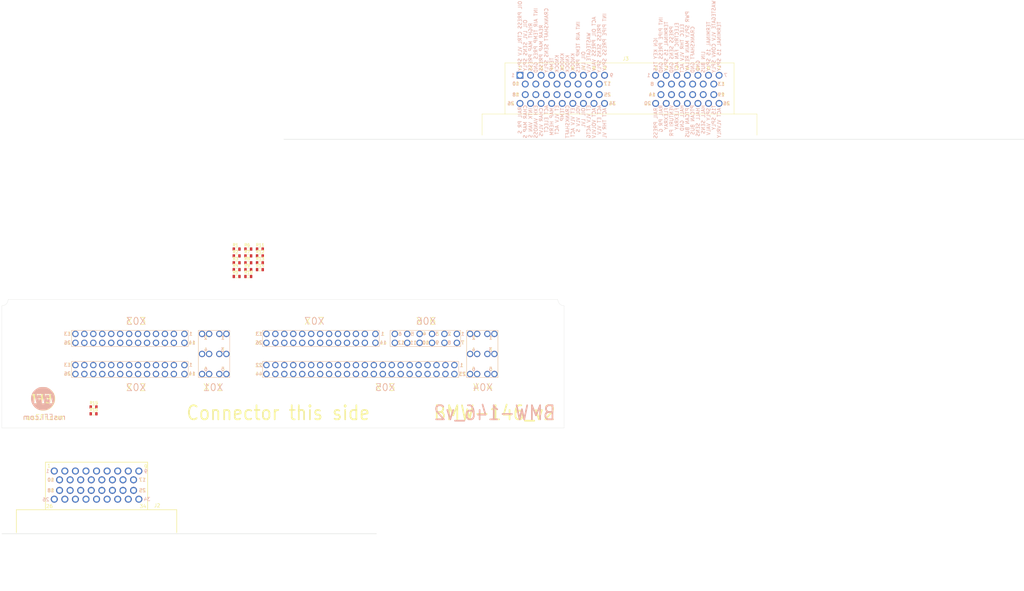
<source format=kicad_pcb>
(kicad_pcb (version 20240108) (generator "pcbnew") (generator_version "8.0")
  (title_block (title "BMW-146") (date "2026-01-28") (rev "1"))
  (layers (0 "F.Cu" power) (31 "B.Cu" signal) (34 "B.Paste" user) (35 "F.Paste" user) (36 "B.SilkS" user "B.Silkscreen") (37 "F.SilkS" user "F.Silkscreen") (38 "B.Mask" user) (39 "F.Mask" user) (44 "Edge.Cuts" user))
  (net 0 "")
  (net 1 "/THROTTLE MOTOR 2")
  (net 2 "/INJ 6 SIG +")
  (net 3 "/INTAKE AIR TEMP 5v")
  (net 5 "/INJ 5 SIG -")
  (net 6 "/ACT VANOS SOL VALVE EXH")
  (net 7 "/INJ 3 SIG +")
  (net 8 "/INJ 6 SIG -")
  (net 9 "/BSD SIG 1-3")
  (net 10 "/CRANKSHAFT SENSOR")
  (net 12 "/TPS1 THROTTLE SIG")
  (net 17 "/Neutral sensor 5-4")
  (net 19 "/SIGNAL PT-CAN LOW")
  (net 21 "/Neutral sensor agnd")
  (net 23 "/KNOCK CYL 1-3 gnd")
  (net 24 "/WASTE VAL 1")
  (net 25 "/INJ 1 SIG +")
  (net 26 "/Neutral sensor 5-6")
  (net 27 "/ACT VANOS SOL VALVE INTK")
  (net 28 "/INTAKE MANIFOLD PRESSURE")
  (net 32 "/PRESSURE FUEL SENS 5v")
  (net 34 "/TPS2 THROTTLE SIG")
  (net 35 "/THROTTLE TPS power")
  (net 37 "/OIL PRESSURE LOW SWITCH")
  (net 38 "/IGN 1 SIG")
  (net 39 "/INJ 4 SIG +")
  (net 40 "/INJ 5 SIG +")
  (net 41 "/BRK LGHT SIG")
  (net 42 "/INJ 2 SIG +")
  (net 43 "/IGN 4 SIG")
  (net 48 "/THROTTLE MOTOR")
  (net 50 "/EXH FLAP SIG")
  (net 52 "/KNOCK SENSOR CYL 1-3")
  (net 53 "/ENGINE COOLANT TEMP gnd")
  (net 54 "/INTAKE AIR TEMP agnd")
  (net 57 "/IGN 2 SIG")
  (net 58 "/INJ 4 SIG -")
  (net 62 "/CAM SENSOR INTAKE gnd")
  (net 63 "/BSD SIG 7-26")
  (net 64 "/WASTE VAL 2")
  (net 65 "/INTAKE AIR TEMP")
  (net 66 "/PRESSURE FUEL SENS agnd")
  (net 67 "/COOLANT TEMPERATURE")
  (net 68 "/INJ 3 SIG -")
  (net 70 "/CAM SENSOR EXHAUST gnd")
  (net 71 "/TPS THROTTLE GRD")
  (net 72 "/INJ 2 SIG -")
  (net 74 "/IGN 3 SIG")
  (net 75 "/CAMSHAFT SENSOR EXHAUST")
  (net 76 "/IGN 6 SIG")
  (net 77 "/START SIG CAR ACCESS SYST")
  (net 78 "/KNOCK CYL 4-6 gnd")
  (net 80 "/INJ 1 SIG -")
  (net 82 "/BSD SIG")
  (net 83 "/KNOCK SENSOR CYL 4-6")
  (net 84 "/CAMSHAFT SENSOR INTAKE")
  (net 85 "/DME RLY main")
  (net 86 "/CRANKSHAFT SENSOR gnd")
  (net 87 "/low INTAKE MANIFOLD PRESS")
  (net 89 "/MANIFOLD PRESSURE gnd")
  (net 90 "/HPFP VOLune CTRL valve")
  (net 91 "/MANIFOLD PRESSURE 5v")
  (net 93 "/IGN 5 SIG")
  (net 94 "/INTAKE AIR TEMP 5-17")
  (net 95 "/MAP THERMOSTAT")
  (net 97 "/WBO1 pin1")
  (net 99 "/VEH IMMOB")
  (net 100 "/GROUND 3")
  (net 104 "/WBO1 pin5")
  (net 105 "/PPS 5v")
  (net 106 "/WBO2 pin2")
  (net 107 "/Supply 3")
  (net 108 "/SENSOR 19")
  (net 109 "/RADIATOR TEMP")
  (net 110 "/Supply 1")
  (net 111 "/PPS SIG")
  (net 112 "/SENSOR GRD 24")
  (net 113 "/SENSOR 26")
  (net 114 "/LEAK DIAG 22")
  (net 115 "/WBO2 pin5")
  (net 116 "/GROUND 1")
  (net 117 "/GROUND 2")
  (net 118 "/PPS mod 5v")
  (net 119 "/AIR PMP")
  (net 120 "/SENSOR GRD 23")
  (net 121 "/BRK LGHT")
  (net 122 "/LEAK DIAG 17")
  (net 123 "/WBO1 pin6")
  (net 124 "/WBO1 pin3")
  (net 125 "/WBO2 pin1")
  (net 126 "/RADIATOR TEMP 19")
  (net 127 "/Wake-up")
  (net 128 "/WBO2 pin6")
  (net 129 "/E BOX SIG FAN")
  (net 130 "/PPS agnd")
  (net 131 "/SENSOR 20")
  (net 132 "/Supply 2")
  (net 133 "/BRK VACUUM 14")
  (net 134 "/SENSOR 25")
  (net 135 "/TD SIG OBD")
  (net 136 "/PT-CAN HIGH")
  (net 137 "/PPS mod agnd")
  (net 138 "/WBO2 pin3")
  (net 139 "/PPS mod SIGNAL")
  (net 140 "/LEAK DIAG 16")
  (net 141 "/BRK VACUUM 15")
  (net 142 "/ELEC FAN SIG")
  (net 143 "/BRK VACUUM SENS")
  (net 144 "/RR SPD")
  (net 145 "/CLUTCH SW")
  (net 146 "/WBO1 pin2")
  (footprint "kicad6-libraries:TE_6437288-3" (layer "F.Cu") (at 185 43.800001 -90)
    (property "Reference" "J3")
    (property "Value" "6437288-3")
  )
  (footprint "rusefi_lib_private:BMW_MSx70" (layer "F.Cu") (at 177.75 117.25)
    (property "Reference" "J1" (hide yes))
    (property "Value" "BMW_MSx70")
  )
  (footprint "hellen-one-common:R0603" (layer "F.Cu") (at 111.2 99)
    (property "Reference" "R14")
    (property "Value" "0R" (hide yes))
  )
  (footprint "kicad6-libraries:rusefi_logo" (layer "F.Cu") (at 49.75 135.75)
    (property "Reference" "G1" (hide yes))
    (property "Value" "RUSEFI_LOGO" (hide yes))
  )
  (footprint "hellen-one-common:R0603" (layer "F.Cu") (at 64 139.949046)
    (property "Reference" "R16")
    (property "Value" "0R" (hide yes))
  )
  (footprint "hellen-one-common:R0603" (layer "F.Cu") (at 107.9 93.152862)
    (property "Reference" "R6")
    (property "Value" "0R" (hide yes))
  )
  (footprint "hellen-one-common:R0603" (layer "F.Cu") (at 111.2 97.050954)
    (property "Reference" "R13")
    (property "Value" "0R" (hide yes))
  )
  (footprint "hellen-one-common:R0603" (layer "F.Cu") (at 104.6 100.949046)
    (property "Reference" "R5")
    (property "Value" "0R" (hide yes))
  )
  (footprint "hellen-one-common:R0603" (layer "F.Cu") (at 104.6 95.101908)
    (property "Reference" "R2")
    (property "Value" "0R" (hide yes))
  )
  (footprint "hellen-one-common:R0603" (layer "F.Cu") (at 64 138)
    (property "Reference" "R15")
    (property "Value" "0R" (hide yes))
  )
  (footprint "hellen-one-common:R0603" (layer "F.Cu") (at 104.6 97.050954)
    (property "Reference" "R3")
    (property "Value" "0R" (hide yes))
  )
  (footprint "hellen-one-common:R0603" (layer "F.Cu") (at 104.6 99)
    (property "Reference" "R4")
    (property "Value" "0R" (hide yes))
  )
  (footprint "Connectors:6437288-2" (layer "F.Cu") (at 64.85 170.7)
    (property "Reference" "J2")
    (property "Value" "6437288-2")
  )
  (footprint "hellen-one-common:R0603" (layer "F.Cu") (at 107.9 100.949046)
    (property "Reference" "R10")
    (property "Value" "0R" (hide yes))
  )
  (footprint "hellen-one-common:R0603" (layer "F.Cu") (at 111.2 93.152862)
    (property "Reference" "R11")
    (property "Value" "0R" (hide yes))
  )
  (footprint "hellen-one-common:R0603" (layer "F.Cu") (at 111.2 95.101908)
    (property "Reference" "R12")
    (property "Value" "0R" (hide yes))
  )
  (footprint "hellen-one-common:R0603" (layer "F.Cu") (at 107.9 95.101908)
    (property "Reference" "R7")
    (property "Value" "0R" (hide yes))
  )
  (footprint "hellen-one-common:R0603" (layer "F.Cu") (at 104.6 93.152862)
    (property "Reference" "R1")
    (property "Value" "0R" (hide yes))
  )
  (footprint "hellen-one-common:R0603" (layer "F.Cu") (at 107.9 97.050954)
    (property "Reference" "R8")
    (property "Value" "0R" (hide yes))
  )
  (footprint "hellen-one-common:R0603" (layer "F.Cu") (at 107.9 99)
    (property "Reference" "R9")
    (property "Value" "0R" (hide yes))
  )
  (footprint "kicad6-libraries:rusefi_logo" (layer "B.Cu") (at 49.6 135.7 180)
    (property "Reference" "G2" (hide yes))
    (property "Value" "RUSEFI_LOGO" (hide yes))
  )
  (gr_arc (start 39.740778 107.504614) (mid 39.231195 108.73716) (end 38 109.25) (stroke (width 0.05)) (layer "Edge.Cuts"))
  (gr_line (start 197.5 144) (end 197.5 109.25) (stroke (width 0.05)) (layer "Edge.Cuts"))
  (gr_line (start 118 62) (end 328 62) (stroke (width 0.1)) (layer "Edge.Cuts"))
  (gr_line (start 38 144) (end 197.5 144) (stroke (width 0.05)) (layer "Edge.Cuts"))
  (gr_line (start 195.75 107.504614) (end 39.740778 107.504614) (stroke (width 0.05)) (layer "Edge.Cuts"))
  (gr_line (start 38 109.25) (end 38 144) (stroke (width 0.05)) (layer "Edge.Cuts"))
  (gr_arc (start 197.5 109.245392) (mid 196.267454 108.735809) (end 195.754614 107.504614) (stroke (width 0.05)) (layer "Edge.Cuts"))
  (gr_line (start 144.3 174) (end 38 174) (stroke (width 0.1)) (layer "Edge.Cuts"))
  (gr_text "RIGHT MAP PRESS" (at 188 42.7 90) (layer "B.SilkS") (effects (font (size 1 1)) (justify right mirror)))
  (gr_text "KNOCK" (at 198.500001 43.2 90) (layer "B.SilkS") (effects (font (size 1 1)) (justify right mirror)))
  (gr_text "RAIL PR G" (at 225 52.199999 90) (layer "B.SilkS") (effects (font (size 1 1)) (justify left mirror)))
  (gr_text "OIL PRESS CTRL VLV SPLY" (at 185.000001 42.7 90) (layer "B.SilkS") (effects (font (size 1 1)) (justify right mirror)))
  (gr_text "OIL LVL SENS SPLY" (at 186.500001 42.7 90) (layer "B.SilkS") (effects (font (size 1 1)) (justify right mirror)))
  (gr_text "FLEXRAY" (at 226.500001 52.950001 90) (layer "B.SilkS") (effects (font (size 1 1)) (justify left mirror)))
  (gr_text "CRANKSHAFT SENS SPLY" (at 192.5 43.2 90) (layer "B.SilkS") (effects (font (size 1 1)) (justify right mirror)))
  (gr_text "ELEC THR VLV ACT" (at 230.999999 43.2 90) (layer "B.SilkS") (effects (font (size 1 1)) (justify right mirror)))
  (gr_text "ACT OIL PRESS VALV" (at 205.999999 42.7 90) (layer "B.SilkS") (effects (font (size 1 1)) (justify right mirror)))
  (gr_text "INT AIR TEMP PRES GND" (at 189.500001 43.2 90) (layer "B.SilkS") (effects (font (size 1 1)) (justify right mirror)))
  (gr_text "WASTEGATE VLV CONV SPLY" (at 240.000002 43.199998 90) (layer "B.SilkS") (effects (font (size 1 1)) (justify right mirror)))
  (gr_text "RAIL PR S" (at 185.000001 52.7 90) (layer "B.SilkS") (effects (font (size 1 1)) (justify left mirror)))
  (gr_text "OIL LVL" (at 203.000001 42.7 90) (layer "B.SilkS") (effects (font (size 1 1)) (justify right mirror)))
  (gr_text "TERMINAL 15 SPLY" (at 241.500001 42.7 90) (layer "B.SilkS") (effects (font (size 1 1)) (justify right mirror)))
  (gr_text "TEMP" (at 194.000001 42.7 90) (layer "B.SilkS") (effects (font (size 1 1)) (justify right mirror)))
  (gr_text "RAIL PRESS" (at 223.500001 52.949998 90) (layer "B.SilkS") (effects (font (size 1 1)) (justify left mirror)))
  (gr_text "HALL GND" (at 230.999999 52.2 90) (layer "B.SilkS") (effects (font (size 1 1)) (justify left mirror)))
  (gr_text "ET VLV ACT" (at 200 52.95 90) (layer "B.SilkS") (effects (font (size 1 1)) (justify left mirror)))
  (gr_text "KNOCK" (at 195.5 43.199999 90) (layer "B.SilkS") (effects (font (size 1 1)) (justify right mirror)))
  (gr_text "TERMINAL 15 SPLY" (at 238.5 42.699999 90) (layer "B.SilkS") (effects (font (size 1 1)) (justify right mirror)))
  (gr_text "INTK VAN S" (at 188.000001 52.950001 90) (layer "B.SilkS") (effects (font (size 1 1)) (justify left mirror)))
  (gr_text "CHAR MAP S" (at 186.500001 52.199998 90) (layer "B.SilkS") (effects (font (size 1 1)) (justify left mirror)))
  (gr_text "CHAR VLVS" (at 191.000001 52.95 90) (layer "B.SilkS") (effects (font (size 1 1)) (justify left mirror)))
  (gr_text "ACT ET VLV" (at 207.500001 52.2 90) (layer "B.SilkS") (effects (font (size 1 1)) (justify left mirror)))
  (gr_text "ET VLV ACT" (at 195.5 52.199999 90) (layer "B.SilkS") (effects (font (size 1 1)) (justify left mirror)))
  (gr_text "KNOCK" (at 200 42.699999 90) (layer "B.SilkS") (effects (font (size 1 1)) (justify right mirror)))
  (gr_text "ET VLV ACTG" (at 204.5 52.199999 90) (layer "B.SilkS") (effects (font (size 1 1)) (justify left mirror)))
  (gr_text "IGN KEY T15" (at 223.500001 42.7 90) (layer "B.SilkS") (effects (font (size 1 1)) (justify right mirror)))
  (gr_text "LIN BUS" (at 237.000001 43.2 90) (layer "B.SilkS") (effects (font (size 1 1)) (justify right mirror)))
  (gr_text "TEMP" (at 197.000001 52.950001 90) (layer "B.SilkS") (effects (font (size 1 1)) (justify left mirror)))
  (gr_text "WASTEGATE VLV" (at 204.5 43.199999 90) (layer "B.SilkS") (effects (font (size 1 1)) (justify right mirror)))
  (gr_text "MAP HERM" (at 194 52.950001 90) (layer "B.SilkS") (effects (font (size 1 1)) (justify left mirror)))
  (gr_text "KNOCK" (at 197 42.7 90) (layer "B.SilkS") (effects (font (size 1 1)) (justify right mirror)))
  (gr_text "TERMINAL 15 SPLY" (at 226.5 42.700001 90) (layer "B.SilkS") (effects (font (size 1 1)) (justify right mirror)))
  (gr_text "INT AIR TEMP PRES" (at 201.5 43.2 90) (layer "B.SilkS") (effects (font (size 1 1)) (justify right mirror)))
  (gr_text "PRESS SENS GND" (at 228.000001 43.2 90) (layer "B.SilkS") (effects (font (size 1 1)) (justify right mirror)))
  (gr_text "BMW-146_v2" (at 177.8 139.7 0) (layer "B.SilkS") (effects (font (size 4 3.5) (thickness 0.475)) (justify mirror)))
  (gr_text "GND" (at 235.5 42.700001 90) (layer "B.SilkS") (effects (font (size 1 1)) (justify right mirror)))
  (gr_text "rusEFI.com" (at 50 140.9 0) (layer "B.SilkS") (effects (font (size 1.5 1.5) (thickness 0.2)) (justify mirror)))
  (gr_text "PWR SPLY MAIN RELAY" (at 232.500001 42.7 90) (layer "B.SilkS") (effects (font (size 1 1)) (justify right mirror)))
  (gr_text "CRANKSHAFT GND" (at 234 43.199999 90) (layer "B.SilkS") (effects (font (size 1 1)) (justify right mirror)))
  (gr_text "HALL SENS" (at 235.500001 52.950001 90) (layer "B.SilkS") (effects (font (size 1 1)) (justify left mirror)))
  (gr_text "T15 SPLY" (at 239.999999 52.2 90) (layer "B.SilkS") (effects (font (size 1 1)) (justify left mirror)))
  (gr_text "ACT VOLVLV" (at 206.000001 52.950001 90) (layer "B.SilkS") (effects (font (size 1 1)) (justify left mirror)))
  (gr_text "INT PIPE PRESS SPLY" (at 209 42.699999 90) (layer "B.SilkS") (effects (font (size 1 1)) (justify right mirror)))
  (gr_text "PRESS SENS SPLY" (at 207.500001 43.2 90) (layer "B.SilkS") (effects (font (size 1 1)) (justify right mirror)))
  (gr_text "ELECTRIC FAN ACT" (at 229.5 42.699999 90) (layer "B.SilkS") (effects (font (size 1 1)) (justify right mirror)))
  (gr_text "FLEXRAY" (at 229.5 52.95 90) (layer "B.SilkS") (effects (font (size 1 1)) (justify left mirror)))
  (gr_text "ACT ELECT" (at 192.5 52.2 90) (layer "B.SilkS") (effects (font (size 1 1)) (justify left mirror)))
  (gr_text "OIL LVL" (at 203.000001 52.949998 90) (layer "B.SilkS") (effects (font (size 1 1)) (justify left mirror)))
  (gr_text "VOL VLV S" (at 201.5 52.2 90) (layer "B.SilkS") (effects (font (size 1 1)) (justify left mirror)))
  (gr_text "ACT VLVRLY" (at 241.500001 52.949998 90) (layer "B.SilkS") (effects (font (size 1 1)) (justify left mirror)))
  (gr_text "PTCAN BUS" (at 232.500001 52.949998 90) (layer "B.SilkS") (effects (font (size 1 1)) (justify left mirror)))
  (gr_text "HALL SENS" (at 237.000001 52.2 90) (layer "B.SilkS") (effects (font (size 1 1)) (justify left mirror)))
  (gr_text "PTCAN BUS" (at 234 52.199999 90) (layer "B.SilkS") (effects (font (size 1 1)) (justify left mirror)))
  (gr_text "ACT THR VL" (at 209 52.95 90) (layer "B.SilkS") (effects (font (size 1 1)) (justify left mirror)))
  (gr_text "VENTURI PR" (at 228.000001 52.2 90) (layer "B.SilkS") (effects (font (size 1 1)) (justify left mirror)))
  (gr_text "CRANKSHAFT" (at 198.500001 52.2 90) (layer "B.SilkS") (effects (font (size 1 1)) (justify left mirror)))
  (gr_text "INT PIPE PRESS GND" (at 225 43.199999 90) (layer "B.SilkS") (effects (font (size 1 1)) (justify right mirror)))
  (gr_text "SPLY VALV" (at 238.5 52.95 90) (layer "B.SilkS") (effects (font (size 1 1)) (justify left mirror)))
  (gr_text "REAR MAP PRESS" (at 191.000001 42.699998 90) (layer "B.SilkS") (effects (font (size 1 1)) (justify right mirror)))
  (gr_text "EXH VANOSS" (at 189.500001 52.2 90) (layer "B.SilkS") (effects (font (size 1 1)) (justify left mirror)))
  (gr_text "Connector this side" (at 116.4 139.7 0) (layer "F.SilkS") (effects (font (size 4 3.5) (thickness 0.475))))
  (gr_text "BMW-146_v2" (at 177.8 139.7 0) (layer "F.SilkS") (effects (font (size 4 3.5) (thickness 0.475))))
  (gr_text "rusEFI.com" (at 50.05 140.95 0) (layer "F.SilkS") (effects (font (size 1.5 1.5) (thickness 0.2))))
)
</source>
